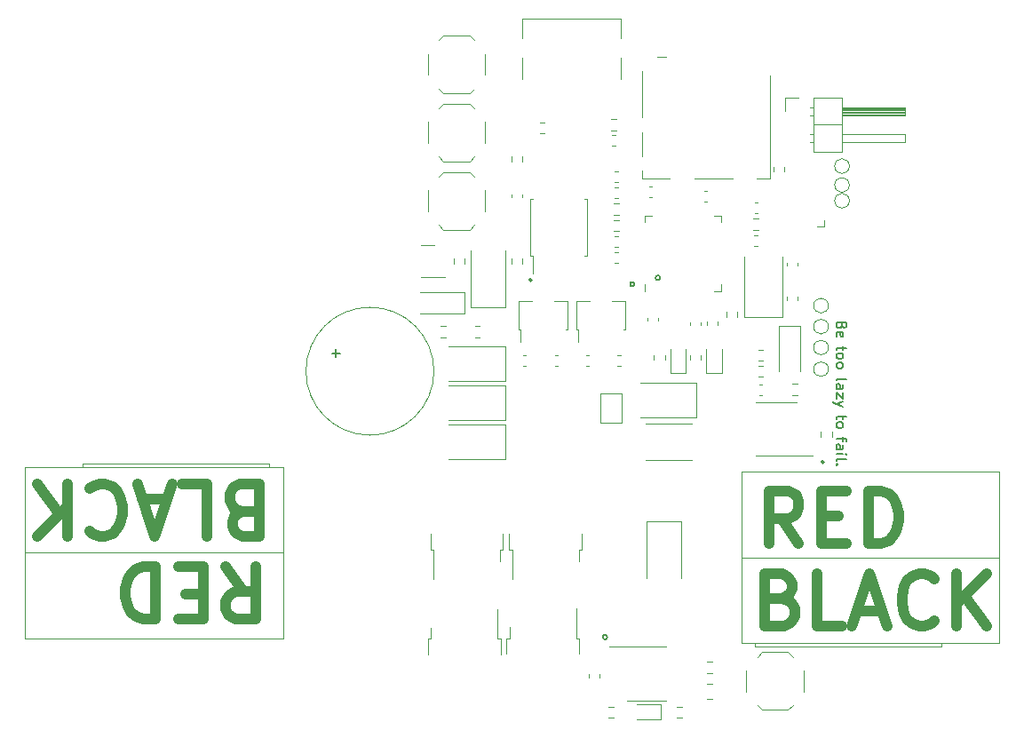
<source format=gbr>
%TF.GenerationSoftware,KiCad,Pcbnew,(6.99.0-874-g7b84e0a7d9-dirty)*%
%TF.CreationDate,2022-02-16T19:00:37-05:00*%
%TF.ProjectId,MotorcycleBatterIsolator,4d6f746f-7263-4796-936c-654261747465,rev?*%
%TF.SameCoordinates,Original*%
%TF.FileFunction,Legend,Top*%
%TF.FilePolarity,Positive*%
%FSLAX46Y46*%
G04 Gerber Fmt 4.6, Leading zero omitted, Abs format (unit mm)*
G04 Created by KiCad (PCBNEW (6.99.0-874-g7b84e0a7d9-dirty)) date 2022-02-16 19:00:37*
%MOMM*%
%LPD*%
G01*
G04 APERTURE LIST*
%ADD10C,0.150000*%
%ADD11C,1.000000*%
%ADD12C,0.120000*%
G04 APERTURE END LIST*
D10*
X133623607Y-161600000D02*
G75*
G03*
X133623607Y-161600000I-223607J0D01*
G01*
X154308114Y-144900000D02*
G75*
G03*
X154308114Y-144900000I-158114J0D01*
G01*
X126458114Y-127550000D02*
G75*
G03*
X126458114Y-127550000I-158114J0D01*
G01*
X138673607Y-127350000D02*
G75*
G03*
X138673607Y-127350000I-223607J0D01*
G01*
X136206155Y-127950000D02*
G75*
G03*
X136206155Y-127950000I-206155J0D01*
G01*
X155971428Y-131888094D02*
X155923809Y-132030951D01*
X155923809Y-132030951D02*
X155876190Y-132078570D01*
X155876190Y-132078570D02*
X155780952Y-132126189D01*
X155780952Y-132126189D02*
X155638095Y-132126189D01*
X155638095Y-132126189D02*
X155542857Y-132078570D01*
X155542857Y-132078570D02*
X155495238Y-132030951D01*
X155495238Y-132030951D02*
X155447619Y-131935713D01*
X155447619Y-131935713D02*
X155447619Y-131554761D01*
X155447619Y-131554761D02*
X156447619Y-131554761D01*
X156447619Y-131554761D02*
X156447619Y-131888094D01*
X156447619Y-131888094D02*
X156400000Y-131983332D01*
X156400000Y-131983332D02*
X156352380Y-132030951D01*
X156352380Y-132030951D02*
X156257142Y-132078570D01*
X156257142Y-132078570D02*
X156161904Y-132078570D01*
X156161904Y-132078570D02*
X156066666Y-132030951D01*
X156066666Y-132030951D02*
X156019047Y-131983332D01*
X156019047Y-131983332D02*
X155971428Y-131888094D01*
X155971428Y-131888094D02*
X155971428Y-131554761D01*
X155495238Y-132935713D02*
X155447619Y-132840475D01*
X155447619Y-132840475D02*
X155447619Y-132649999D01*
X155447619Y-132649999D02*
X155495238Y-132554761D01*
X155495238Y-132554761D02*
X155590476Y-132507142D01*
X155590476Y-132507142D02*
X155971428Y-132507142D01*
X155971428Y-132507142D02*
X156066666Y-132554761D01*
X156066666Y-132554761D02*
X156114285Y-132649999D01*
X156114285Y-132649999D02*
X156114285Y-132840475D01*
X156114285Y-132840475D02*
X156066666Y-132935713D01*
X156066666Y-132935713D02*
X155971428Y-132983332D01*
X155971428Y-132983332D02*
X155876190Y-132983332D01*
X155876190Y-132983332D02*
X155780952Y-132507142D01*
X156114285Y-133869047D02*
X156114285Y-134249999D01*
X156447619Y-134011904D02*
X155590476Y-134011904D01*
X155590476Y-134011904D02*
X155495238Y-134059523D01*
X155495238Y-134059523D02*
X155447619Y-134154761D01*
X155447619Y-134154761D02*
X155447619Y-134249999D01*
X155447619Y-134726190D02*
X155495238Y-134630952D01*
X155495238Y-134630952D02*
X155542857Y-134583333D01*
X155542857Y-134583333D02*
X155638095Y-134535714D01*
X155638095Y-134535714D02*
X155923809Y-134535714D01*
X155923809Y-134535714D02*
X156019047Y-134583333D01*
X156019047Y-134583333D02*
X156066666Y-134630952D01*
X156066666Y-134630952D02*
X156114285Y-134726190D01*
X156114285Y-134726190D02*
X156114285Y-134869047D01*
X156114285Y-134869047D02*
X156066666Y-134964285D01*
X156066666Y-134964285D02*
X156019047Y-135011904D01*
X156019047Y-135011904D02*
X155923809Y-135059523D01*
X155923809Y-135059523D02*
X155638095Y-135059523D01*
X155638095Y-135059523D02*
X155542857Y-135011904D01*
X155542857Y-135011904D02*
X155495238Y-134964285D01*
X155495238Y-134964285D02*
X155447619Y-134869047D01*
X155447619Y-134869047D02*
X155447619Y-134726190D01*
X155447619Y-135630952D02*
X155495238Y-135535714D01*
X155495238Y-135535714D02*
X155542857Y-135488095D01*
X155542857Y-135488095D02*
X155638095Y-135440476D01*
X155638095Y-135440476D02*
X155923809Y-135440476D01*
X155923809Y-135440476D02*
X156019047Y-135488095D01*
X156019047Y-135488095D02*
X156066666Y-135535714D01*
X156066666Y-135535714D02*
X156114285Y-135630952D01*
X156114285Y-135630952D02*
X156114285Y-135773809D01*
X156114285Y-135773809D02*
X156066666Y-135869047D01*
X156066666Y-135869047D02*
X156019047Y-135916666D01*
X156019047Y-135916666D02*
X155923809Y-135964285D01*
X155923809Y-135964285D02*
X155638095Y-135964285D01*
X155638095Y-135964285D02*
X155542857Y-135916666D01*
X155542857Y-135916666D02*
X155495238Y-135869047D01*
X155495238Y-135869047D02*
X155447619Y-135773809D01*
X155447619Y-135773809D02*
X155447619Y-135630952D01*
X155447619Y-137135714D02*
X155495238Y-137040476D01*
X155495238Y-137040476D02*
X155590476Y-136992857D01*
X155590476Y-136992857D02*
X156447619Y-136992857D01*
X155447619Y-137945238D02*
X155971428Y-137945238D01*
X155971428Y-137945238D02*
X156066666Y-137897619D01*
X156066666Y-137897619D02*
X156114285Y-137802381D01*
X156114285Y-137802381D02*
X156114285Y-137611905D01*
X156114285Y-137611905D02*
X156066666Y-137516667D01*
X155495238Y-137945238D02*
X155447619Y-137850000D01*
X155447619Y-137850000D02*
X155447619Y-137611905D01*
X155447619Y-137611905D02*
X155495238Y-137516667D01*
X155495238Y-137516667D02*
X155590476Y-137469048D01*
X155590476Y-137469048D02*
X155685714Y-137469048D01*
X155685714Y-137469048D02*
X155780952Y-137516667D01*
X155780952Y-137516667D02*
X155828571Y-137611905D01*
X155828571Y-137611905D02*
X155828571Y-137850000D01*
X155828571Y-137850000D02*
X155876190Y-137945238D01*
X156114285Y-138326191D02*
X156114285Y-138850000D01*
X156114285Y-138850000D02*
X155447619Y-138326191D01*
X155447619Y-138326191D02*
X155447619Y-138850000D01*
X156114285Y-139135715D02*
X155447619Y-139373810D01*
X156114285Y-139611905D02*
X155447619Y-139373810D01*
X155447619Y-139373810D02*
X155209523Y-139278572D01*
X155209523Y-139278572D02*
X155161904Y-139230953D01*
X155161904Y-139230953D02*
X155114285Y-139135715D01*
X156114285Y-140450001D02*
X156114285Y-140830953D01*
X156447619Y-140592858D02*
X155590476Y-140592858D01*
X155590476Y-140592858D02*
X155495238Y-140640477D01*
X155495238Y-140640477D02*
X155447619Y-140735715D01*
X155447619Y-140735715D02*
X155447619Y-140830953D01*
X155447619Y-141307144D02*
X155495238Y-141211906D01*
X155495238Y-141211906D02*
X155542857Y-141164287D01*
X155542857Y-141164287D02*
X155638095Y-141116668D01*
X155638095Y-141116668D02*
X155923809Y-141116668D01*
X155923809Y-141116668D02*
X156019047Y-141164287D01*
X156019047Y-141164287D02*
X156066666Y-141211906D01*
X156066666Y-141211906D02*
X156114285Y-141307144D01*
X156114285Y-141307144D02*
X156114285Y-141450001D01*
X156114285Y-141450001D02*
X156066666Y-141545239D01*
X156066666Y-141545239D02*
X156019047Y-141592858D01*
X156019047Y-141592858D02*
X155923809Y-141640477D01*
X155923809Y-141640477D02*
X155638095Y-141640477D01*
X155638095Y-141640477D02*
X155542857Y-141592858D01*
X155542857Y-141592858D02*
X155495238Y-141545239D01*
X155495238Y-141545239D02*
X155447619Y-141450001D01*
X155447619Y-141450001D02*
X155447619Y-141307144D01*
X156114285Y-142526192D02*
X156114285Y-142907144D01*
X155447619Y-142669049D02*
X156304761Y-142669049D01*
X156304761Y-142669049D02*
X156400000Y-142716668D01*
X156400000Y-142716668D02*
X156447619Y-142811906D01*
X156447619Y-142811906D02*
X156447619Y-142907144D01*
X155447619Y-143669049D02*
X155971428Y-143669049D01*
X155971428Y-143669049D02*
X156066666Y-143621430D01*
X156066666Y-143621430D02*
X156114285Y-143526192D01*
X156114285Y-143526192D02*
X156114285Y-143335716D01*
X156114285Y-143335716D02*
X156066666Y-143240478D01*
X155495238Y-143669049D02*
X155447619Y-143573811D01*
X155447619Y-143573811D02*
X155447619Y-143335716D01*
X155447619Y-143335716D02*
X155495238Y-143240478D01*
X155495238Y-143240478D02*
X155590476Y-143192859D01*
X155590476Y-143192859D02*
X155685714Y-143192859D01*
X155685714Y-143192859D02*
X155780952Y-143240478D01*
X155780952Y-143240478D02*
X155828571Y-143335716D01*
X155828571Y-143335716D02*
X155828571Y-143573811D01*
X155828571Y-143573811D02*
X155876190Y-143669049D01*
X155447619Y-144145240D02*
X156114285Y-144145240D01*
X156447619Y-144145240D02*
X156400000Y-144097621D01*
X156400000Y-144097621D02*
X156352380Y-144145240D01*
X156352380Y-144145240D02*
X156400000Y-144192859D01*
X156400000Y-144192859D02*
X156447619Y-144145240D01*
X156447619Y-144145240D02*
X156352380Y-144145240D01*
X155447619Y-144764287D02*
X155495238Y-144669049D01*
X155495238Y-144669049D02*
X155590476Y-144621430D01*
X155590476Y-144621430D02*
X156447619Y-144621430D01*
X155542857Y-145145240D02*
X155495238Y-145192859D01*
X155495238Y-145192859D02*
X155447619Y-145145240D01*
X155447619Y-145145240D02*
X155495238Y-145097621D01*
X155495238Y-145097621D02*
X155542857Y-145145240D01*
X155542857Y-145145240D02*
X155447619Y-145145240D01*
D11*
%TO.C,J1*%
X98827023Y-149607142D02*
X98112737Y-149369047D01*
X98112737Y-149369047D02*
X97874642Y-149130952D01*
X97874642Y-149130952D02*
X97636546Y-148654761D01*
X97636546Y-148654761D02*
X97636546Y-147940476D01*
X97636546Y-147940476D02*
X97874642Y-147464285D01*
X97874642Y-147464285D02*
X98112737Y-147226190D01*
X98112737Y-147226190D02*
X98588927Y-146988095D01*
X98588927Y-146988095D02*
X100493689Y-146988095D01*
X100493689Y-146988095D02*
X100493689Y-151988095D01*
X100493689Y-151988095D02*
X98827023Y-151988095D01*
X98827023Y-151988095D02*
X98350832Y-151750000D01*
X98350832Y-151750000D02*
X98112737Y-151511904D01*
X98112737Y-151511904D02*
X97874642Y-151035714D01*
X97874642Y-151035714D02*
X97874642Y-150559523D01*
X97874642Y-150559523D02*
X98112737Y-150083333D01*
X98112737Y-150083333D02*
X98350832Y-149845238D01*
X98350832Y-149845238D02*
X98827023Y-149607142D01*
X98827023Y-149607142D02*
X100493689Y-149607142D01*
X93112737Y-146988095D02*
X95493689Y-146988095D01*
X95493689Y-146988095D02*
X95493689Y-151988095D01*
X91684166Y-148416666D02*
X89303213Y-148416666D01*
X92160356Y-146988095D02*
X90493689Y-151988095D01*
X90493689Y-151988095D02*
X88827023Y-146988095D01*
X84303213Y-147464285D02*
X84541309Y-147226190D01*
X84541309Y-147226190D02*
X85255594Y-146988095D01*
X85255594Y-146988095D02*
X85731785Y-146988095D01*
X85731785Y-146988095D02*
X86446071Y-147226190D01*
X86446071Y-147226190D02*
X86922261Y-147702380D01*
X86922261Y-147702380D02*
X87160356Y-148178571D01*
X87160356Y-148178571D02*
X87398452Y-149130952D01*
X87398452Y-149130952D02*
X87398452Y-149845238D01*
X87398452Y-149845238D02*
X87160356Y-150797619D01*
X87160356Y-150797619D02*
X86922261Y-151273809D01*
X86922261Y-151273809D02*
X86446071Y-151750000D01*
X86446071Y-151750000D02*
X85731785Y-151988095D01*
X85731785Y-151988095D02*
X85255594Y-151988095D01*
X85255594Y-151988095D02*
X84541309Y-151750000D01*
X84541309Y-151750000D02*
X84303213Y-151511904D01*
X82160356Y-146988095D02*
X82160356Y-151988095D01*
X79303213Y-146988095D02*
X81446071Y-149845238D01*
X79303213Y-151988095D02*
X82160356Y-149130952D01*
X97231785Y-154888095D02*
X98898452Y-157269047D01*
X100088928Y-154888095D02*
X100088928Y-159888095D01*
X100088928Y-159888095D02*
X98184166Y-159888095D01*
X98184166Y-159888095D02*
X97707976Y-159650000D01*
X97707976Y-159650000D02*
X97469881Y-159411904D01*
X97469881Y-159411904D02*
X97231785Y-158935714D01*
X97231785Y-158935714D02*
X97231785Y-158221428D01*
X97231785Y-158221428D02*
X97469881Y-157745238D01*
X97469881Y-157745238D02*
X97707976Y-157507142D01*
X97707976Y-157507142D02*
X98184166Y-157269047D01*
X98184166Y-157269047D02*
X100088928Y-157269047D01*
X95088928Y-157507142D02*
X93422262Y-157507142D01*
X92707976Y-154888095D02*
X95088928Y-154888095D01*
X95088928Y-154888095D02*
X95088928Y-159888095D01*
X95088928Y-159888095D02*
X92707976Y-159888095D01*
X90565118Y-154888095D02*
X90565118Y-159888095D01*
X90565118Y-159888095D02*
X89374642Y-159888095D01*
X89374642Y-159888095D02*
X88660356Y-159650000D01*
X88660356Y-159650000D02*
X88184166Y-159173809D01*
X88184166Y-159173809D02*
X87946071Y-158697619D01*
X87946071Y-158697619D02*
X87707975Y-157745238D01*
X87707975Y-157745238D02*
X87707975Y-157030952D01*
X87707975Y-157030952D02*
X87946071Y-156078571D01*
X87946071Y-156078571D02*
X88184166Y-155602380D01*
X88184166Y-155602380D02*
X88660356Y-155126190D01*
X88660356Y-155126190D02*
X89374642Y-154888095D01*
X89374642Y-154888095D02*
X90565118Y-154888095D01*
D10*
%TO.C,BZ1*%
X107369048Y-134521428D02*
X108130953Y-134521428D01*
X107750000Y-134902380D02*
X107750000Y-134140476D01*
D11*
%TO.C,J4*%
X150290476Y-157942857D02*
X151004762Y-158180952D01*
X151004762Y-158180952D02*
X151242857Y-158419047D01*
X151242857Y-158419047D02*
X151480953Y-158895238D01*
X151480953Y-158895238D02*
X151480953Y-159609523D01*
X151480953Y-159609523D02*
X151242857Y-160085714D01*
X151242857Y-160085714D02*
X151004762Y-160323809D01*
X151004762Y-160323809D02*
X150528572Y-160561904D01*
X150528572Y-160561904D02*
X148623810Y-160561904D01*
X148623810Y-160561904D02*
X148623810Y-155561904D01*
X148623810Y-155561904D02*
X150290476Y-155561904D01*
X150290476Y-155561904D02*
X150766667Y-155800000D01*
X150766667Y-155800000D02*
X151004762Y-156038095D01*
X151004762Y-156038095D02*
X151242857Y-156514285D01*
X151242857Y-156514285D02*
X151242857Y-156990476D01*
X151242857Y-156990476D02*
X151004762Y-157466666D01*
X151004762Y-157466666D02*
X150766667Y-157704761D01*
X150766667Y-157704761D02*
X150290476Y-157942857D01*
X150290476Y-157942857D02*
X148623810Y-157942857D01*
X156004762Y-160561904D02*
X153623810Y-160561904D01*
X153623810Y-160561904D02*
X153623810Y-155561904D01*
X157433333Y-159133333D02*
X159814286Y-159133333D01*
X156957143Y-160561904D02*
X158623810Y-155561904D01*
X158623810Y-155561904D02*
X160290476Y-160561904D01*
X164814286Y-160085714D02*
X164576190Y-160323809D01*
X164576190Y-160323809D02*
X163861905Y-160561904D01*
X163861905Y-160561904D02*
X163385714Y-160561904D01*
X163385714Y-160561904D02*
X162671428Y-160323809D01*
X162671428Y-160323809D02*
X162195238Y-159847619D01*
X162195238Y-159847619D02*
X161957143Y-159371428D01*
X161957143Y-159371428D02*
X161719047Y-158419047D01*
X161719047Y-158419047D02*
X161719047Y-157704761D01*
X161719047Y-157704761D02*
X161957143Y-156752380D01*
X161957143Y-156752380D02*
X162195238Y-156276190D01*
X162195238Y-156276190D02*
X162671428Y-155800000D01*
X162671428Y-155800000D02*
X163385714Y-155561904D01*
X163385714Y-155561904D02*
X163861905Y-155561904D01*
X163861905Y-155561904D02*
X164576190Y-155800000D01*
X164576190Y-155800000D02*
X164814286Y-156038095D01*
X166957143Y-160561904D02*
X166957143Y-155561904D01*
X169814286Y-160561904D02*
X167671428Y-157704761D01*
X169814286Y-155561904D02*
X166957143Y-158419047D01*
X151885714Y-152661904D02*
X150219047Y-150280952D01*
X149028571Y-152661904D02*
X149028571Y-147661904D01*
X149028571Y-147661904D02*
X150933333Y-147661904D01*
X150933333Y-147661904D02*
X151409523Y-147900000D01*
X151409523Y-147900000D02*
X151647618Y-148138095D01*
X151647618Y-148138095D02*
X151885714Y-148614285D01*
X151885714Y-148614285D02*
X151885714Y-149328571D01*
X151885714Y-149328571D02*
X151647618Y-149804761D01*
X151647618Y-149804761D02*
X151409523Y-150042857D01*
X151409523Y-150042857D02*
X150933333Y-150280952D01*
X150933333Y-150280952D02*
X149028571Y-150280952D01*
X154028571Y-150042857D02*
X155695237Y-150042857D01*
X156409523Y-152661904D02*
X154028571Y-152661904D01*
X154028571Y-152661904D02*
X154028571Y-147661904D01*
X154028571Y-147661904D02*
X156409523Y-147661904D01*
X158552381Y-152661904D02*
X158552381Y-147661904D01*
X158552381Y-147661904D02*
X159742857Y-147661904D01*
X159742857Y-147661904D02*
X160457143Y-147900000D01*
X160457143Y-147900000D02*
X160933333Y-148376190D01*
X160933333Y-148376190D02*
X161171428Y-148852380D01*
X161171428Y-148852380D02*
X161409524Y-149804761D01*
X161409524Y-149804761D02*
X161409524Y-150519047D01*
X161409524Y-150519047D02*
X161171428Y-151471428D01*
X161171428Y-151471428D02*
X160933333Y-151947619D01*
X160933333Y-151947619D02*
X160457143Y-152423809D01*
X160457143Y-152423809D02*
X159742857Y-152661904D01*
X159742857Y-152661904D02*
X158552381Y-152661904D01*
D12*
%TO.C,TP8*%
X156700000Y-116700000D02*
G75*
G03*
X156700000Y-116700000I-700000J0D01*
G01*
%TO.C,TP7*%
X156700000Y-118500000D02*
G75*
G03*
X156700000Y-118500000I-700000J0D01*
G01*
%TO.C,TP6*%
X156700000Y-120000000D02*
G75*
G03*
X156700000Y-120000000I-700000J0D01*
G01*
%TO.C,TP4*%
X154700000Y-130000000D02*
G75*
G03*
X154700000Y-130000000I-700000J0D01*
G01*
%TO.C,TP3*%
X154700000Y-132000000D02*
G75*
G03*
X154700000Y-132000000I-700000J0D01*
G01*
%TO.C,TP2*%
X154700000Y-134000000D02*
G75*
G03*
X154700000Y-134000000I-700000J0D01*
G01*
%TO.C,TP1*%
X154700000Y-136050000D02*
G75*
G03*
X154700000Y-136050000I-700000J0D01*
G01*
%TO.C,C11*%
X147659420Y-120190000D02*
X147940580Y-120190000D01*
X147659420Y-121210000D02*
X147940580Y-121210000D01*
%TO.C,U4*%
X149750000Y-144310000D02*
X153200000Y-144310000D01*
X149750000Y-144310000D02*
X147800000Y-144310000D01*
X149750000Y-139190000D02*
X151700000Y-139190000D01*
X149750000Y-139190000D02*
X147800000Y-139190000D01*
%TO.C,R11*%
X140737258Y-169272500D02*
X140262742Y-169272500D01*
X140737258Y-168227500D02*
X140262742Y-168227500D01*
%TO.C,C1*%
X132877500Y-165159420D02*
X132877500Y-165440580D01*
X131857500Y-165159420D02*
X131857500Y-165440580D01*
%TO.C,C22*%
X138510000Y-131169420D02*
X138510000Y-131450580D01*
X137490000Y-131169420D02*
X137490000Y-131450580D01*
%TO.C,R18*%
X134737258Y-122872500D02*
X134262742Y-122872500D01*
X134737258Y-121827500D02*
X134262742Y-121827500D01*
%TO.C,U2*%
X130870000Y-133450000D02*
X130870000Y-132310000D01*
X130640000Y-132310000D02*
X130870000Y-132310000D01*
X130640000Y-132310000D02*
X130640000Y-129590000D01*
X135360000Y-132310000D02*
X135130000Y-132310000D01*
X130640000Y-129590000D02*
X131950000Y-129590000D01*
X134050000Y-129590000D02*
X135360000Y-129590000D01*
X135360000Y-129590000D02*
X135360000Y-132310000D01*
%TO.C,U1*%
X137367500Y-162460000D02*
X133842500Y-162460000D01*
X137367500Y-162460000D02*
X139247500Y-162460000D01*
X137367500Y-167640000D02*
X135487500Y-167640000D01*
X137367500Y-167640000D02*
X139247500Y-167640000D01*
%TO.C,R29*%
X148012742Y-135727500D02*
X148487258Y-135727500D01*
X148012742Y-136772500D02*
X148487258Y-136772500D01*
%TO.C,R15*%
X149477500Y-117237258D02*
X149477500Y-116762742D01*
X150522500Y-117237258D02*
X150522500Y-116762742D01*
%TO.C,J5*%
X134950000Y-108400000D02*
X134950000Y-106400000D01*
X134950000Y-104500000D02*
X134950000Y-102600000D01*
X134950000Y-102600000D02*
X125550000Y-102600000D01*
X125550000Y-108400000D02*
X125550000Y-106400000D01*
X125550000Y-104500000D02*
X125550000Y-102600000D01*
%TO.C,C14*%
X137609420Y-118640000D02*
X137890580Y-118640000D01*
X137609420Y-119660000D02*
X137890580Y-119660000D01*
%TO.C,R17*%
X144977500Y-131047258D02*
X144977500Y-130572742D01*
X146022500Y-131047258D02*
X146022500Y-130572742D01*
%TO.C,U6*%
X125370000Y-133450000D02*
X125370000Y-132310000D01*
X125140000Y-132310000D02*
X125370000Y-132310000D01*
X125140000Y-132310000D02*
X125140000Y-129590000D01*
X129860000Y-132310000D02*
X129630000Y-132310000D01*
X125140000Y-129590000D02*
X126450000Y-129590000D01*
X128550000Y-129590000D02*
X129860000Y-129590000D01*
X129860000Y-129590000D02*
X129860000Y-132310000D01*
%TO.C,C6*%
X125510000Y-119419420D02*
X125510000Y-119700580D01*
X124490000Y-119419420D02*
X124490000Y-119700580D01*
%TO.C,JP1*%
X135000000Y-138350000D02*
X135000000Y-141150000D01*
X133000000Y-138350000D02*
X135000000Y-138350000D01*
X135000000Y-141150000D02*
X133000000Y-141150000D01*
X133000000Y-141150000D02*
X133000000Y-138350000D01*
%TO.C,J2*%
X136930000Y-107610000D02*
X136930000Y-112060000D01*
X136930000Y-113460000D02*
X136930000Y-115760000D01*
X136930000Y-117160000D02*
X136930000Y-117880000D01*
X136930000Y-117880000D02*
X139610000Y-117880000D01*
X138410000Y-106240000D02*
X139270000Y-106240000D01*
X141910000Y-117880000D02*
X145580000Y-117880000D01*
X147880000Y-117880000D02*
X149110000Y-117880000D01*
X149110000Y-117880000D02*
X149110000Y-108060000D01*
%TO.C,J1*%
X102717500Y-153550000D02*
X78117500Y-153550000D01*
X101417500Y-145350000D02*
X101417500Y-145050000D01*
X101417500Y-145050000D02*
X83617500Y-145050000D01*
X83617500Y-145050000D02*
X83617500Y-145350000D01*
X78117500Y-145400000D02*
X102717500Y-145400000D01*
X102717500Y-145400000D02*
X102717500Y-161700000D01*
X102717500Y-161700000D02*
X78117500Y-161700000D01*
X78117500Y-161700000D02*
X78117500Y-145400000D01*
%TO.C,C10*%
X151760000Y-125919420D02*
X151760000Y-126200580D01*
X150740000Y-125919420D02*
X150740000Y-126200580D01*
%TO.C,Q6*%
X116775000Y-153245000D02*
X117045000Y-153245000D01*
X117045000Y-153245000D02*
X117045000Y-156075000D01*
X123405000Y-153245000D02*
X123405000Y-154345000D01*
X123675000Y-153245000D02*
X123405000Y-153245000D01*
X116775000Y-151745000D02*
X116775000Y-153245000D01*
X123675000Y-151745000D02*
X123675000Y-153245000D01*
%TO.C,R10*%
X120022500Y-125512742D02*
X120022500Y-125987258D01*
X118977500Y-125512742D02*
X118977500Y-125987258D01*
%TO.C,C3*%
X131890580Y-135760000D02*
X131609420Y-135760000D01*
X131890580Y-134740000D02*
X131609420Y-134740000D01*
%TO.C,BZ1*%
X117100000Y-136250000D02*
G75*
G03*
X117100000Y-136250000I-6100000J0D01*
G01*
%TO.C,C2*%
X143628752Y-167485000D02*
X143106248Y-167485000D01*
X143628752Y-166015000D02*
X143106248Y-166015000D01*
%TO.C,D1*%
X123900000Y-140900000D02*
X123900000Y-137600000D01*
X123900000Y-140900000D02*
X118500000Y-140900000D01*
X123900000Y-137600000D02*
X118500000Y-137600000D01*
%TO.C,D13*%
X152000000Y-131950000D02*
X150000000Y-131950000D01*
X150000000Y-131950000D02*
X150000000Y-136250000D01*
X152000000Y-136250000D02*
X152000000Y-131950000D01*
%TO.C,R22*%
X141527500Y-135187258D02*
X141527500Y-134712742D01*
X142572500Y-135187258D02*
X142572500Y-134712742D01*
%TO.C,R23*%
X151262742Y-137477500D02*
X151737258Y-137477500D01*
X151262742Y-138522500D02*
X151737258Y-138522500D01*
%TO.C,D12*%
X120050000Y-130750000D02*
X120050000Y-128750000D01*
X120050000Y-128750000D02*
X115750000Y-128750000D01*
X115750000Y-130750000D02*
X120050000Y-130750000D01*
%TO.C,C21*%
X144110000Y-131534420D02*
X144110000Y-131815580D01*
X143090000Y-131534420D02*
X143090000Y-131815580D01*
%TO.C,C12*%
X134640580Y-119760000D02*
X134359420Y-119760000D01*
X134640580Y-118740000D02*
X134359420Y-118740000D01*
%TO.C,C15*%
X134640580Y-118210000D02*
X134359420Y-118210000D01*
X134640580Y-117190000D02*
X134359420Y-117190000D01*
%TO.C,C16*%
X125865580Y-135760000D02*
X125584420Y-135760000D01*
X125865580Y-134740000D02*
X125584420Y-134740000D01*
%TO.C,C13*%
X142884420Y-119050000D02*
X143165580Y-119050000D01*
X142884420Y-120070000D02*
X143165580Y-120070000D01*
%TO.C,TH1*%
X150605000Y-110205000D02*
X151875000Y-110205000D01*
X150605000Y-111475000D02*
X150605000Y-110205000D01*
X152917929Y-113635000D02*
X153315000Y-113635000D01*
X152917929Y-114395000D02*
X153315000Y-114395000D01*
X152985000Y-111095000D02*
X153315000Y-111095000D01*
X152985000Y-111855000D02*
X153315000Y-111855000D01*
X153315000Y-110145000D02*
X153315000Y-115345000D01*
X153315000Y-112745000D02*
X155975000Y-112745000D01*
X153315000Y-115345000D02*
X155975000Y-115345000D01*
X155975000Y-110145000D02*
X153315000Y-110145000D01*
X155975000Y-111095000D02*
X161975000Y-111095000D01*
X155975000Y-111155000D02*
X161975000Y-111155000D01*
X155975000Y-111275000D02*
X161975000Y-111275000D01*
X155975000Y-111395000D02*
X161975000Y-111395000D01*
X155975000Y-111515000D02*
X161975000Y-111515000D01*
X155975000Y-111635000D02*
X161975000Y-111635000D01*
X155975000Y-111755000D02*
X161975000Y-111755000D01*
X155975000Y-113635000D02*
X161975000Y-113635000D01*
X155975000Y-115345000D02*
X155975000Y-110145000D01*
X161975000Y-111095000D02*
X161975000Y-111855000D01*
X161975000Y-111855000D02*
X155975000Y-111855000D01*
X161975000Y-113635000D02*
X161975000Y-114395000D01*
X161975000Y-114395000D02*
X155975000Y-114395000D01*
%TO.C,Q7*%
X116500000Y-127310000D02*
X118175000Y-127310000D01*
X116500000Y-127310000D02*
X115850000Y-127310000D01*
X116500000Y-124190000D02*
X117150000Y-124190000D01*
X116500000Y-124190000D02*
X115850000Y-124190000D01*
%TO.C,D8*%
X140650000Y-150600000D02*
X137350000Y-150600000D01*
X140650000Y-150600000D02*
X140650000Y-156000000D01*
X137350000Y-150600000D02*
X137350000Y-156000000D01*
%TO.C,C5*%
X134109420Y-113740000D02*
X134390580Y-113740000D01*
X134109420Y-114760000D02*
X134390580Y-114760000D01*
%TO.C,J4*%
X146400000Y-154000000D02*
X171000000Y-154000000D01*
X147700000Y-162200000D02*
X147700000Y-162500000D01*
X147700000Y-162500000D02*
X165500000Y-162500000D01*
X165500000Y-162500000D02*
X165500000Y-162200000D01*
X171000000Y-162150000D02*
X146400000Y-162150000D01*
X146400000Y-162150000D02*
X146400000Y-145850000D01*
X146400000Y-145850000D02*
X171000000Y-145850000D01*
X171000000Y-145850000D02*
X171000000Y-162150000D01*
%TO.C,R13*%
X125522500Y-115762742D02*
X125522500Y-116237258D01*
X124477500Y-115762742D02*
X124477500Y-116237258D01*
%TO.C,Y1*%
X146700000Y-131110000D02*
X150300000Y-131110000D01*
X150300000Y-131110000D02*
X150300000Y-125360000D01*
X146700000Y-125360000D02*
X146700000Y-131110000D01*
%TO.C,Q3*%
X123450000Y-161780000D02*
X123180000Y-161780000D01*
X123180000Y-161780000D02*
X123180000Y-158950000D01*
X116820000Y-161780000D02*
X116820000Y-160680000D01*
X116550000Y-161780000D02*
X116820000Y-161780000D01*
X123450000Y-163280000D02*
X123450000Y-161780000D01*
X116550000Y-163280000D02*
X116550000Y-161780000D01*
%TO.C,SW4*%
X122000000Y-114500000D02*
X122000000Y-112500000D01*
X120950000Y-115800000D02*
X120500000Y-116250000D01*
X120950000Y-111200000D02*
X120500000Y-110750000D01*
X120500000Y-116250000D02*
X118000000Y-116250000D01*
X120500000Y-110750000D02*
X118000000Y-110750000D01*
X117550000Y-115800000D02*
X118000000Y-116250000D01*
X117550000Y-111200000D02*
X118000000Y-110750000D01*
X116500000Y-114500000D02*
X116500000Y-112500000D01*
%TO.C,SW3*%
X122000000Y-121000000D02*
X122000000Y-119000000D01*
X120950000Y-122300000D02*
X120500000Y-122750000D01*
X120950000Y-117700000D02*
X120500000Y-117250000D01*
X120500000Y-122750000D02*
X118000000Y-122750000D01*
X120500000Y-117250000D02*
X118000000Y-117250000D01*
X117550000Y-122300000D02*
X118000000Y-122750000D01*
X117550000Y-117700000D02*
X118000000Y-117250000D01*
X116500000Y-121000000D02*
X116500000Y-119000000D01*
%TO.C,R12*%
X133762742Y-168227500D02*
X134237258Y-168227500D01*
X133762742Y-169272500D02*
X134237258Y-169272500D01*
%TO.C,D10*%
X120600000Y-130150000D02*
X123900000Y-130150000D01*
X120600000Y-130150000D02*
X120600000Y-124750000D01*
X123900000Y-130150000D02*
X123900000Y-124750000D01*
%TO.C,D9*%
X143065000Y-136435000D02*
X144535000Y-136435000D01*
X144535000Y-136435000D02*
X144535000Y-134150000D01*
X143065000Y-134150000D02*
X143065000Y-136435000D01*
%TO.C,C4*%
X134890580Y-135760000D02*
X134609420Y-135760000D01*
X134890580Y-134740000D02*
X134609420Y-134740000D01*
%TO.C,D3*%
X123900000Y-144650000D02*
X123900000Y-141350000D01*
X123900000Y-144650000D02*
X118500000Y-144650000D01*
X123900000Y-141350000D02*
X118500000Y-141350000D01*
%TO.C,R27*%
X118237258Y-133022500D02*
X117762742Y-133022500D01*
X118237258Y-131977500D02*
X117762742Y-131977500D01*
%TO.C,R20*%
X127187742Y-112537500D02*
X127662258Y-112537500D01*
X127187742Y-113582500D02*
X127662258Y-113582500D01*
%TO.C,C8*%
X148109420Y-137490000D02*
X148390580Y-137490000D01*
X148109420Y-138510000D02*
X148390580Y-138510000D01*
%TO.C,U5*%
X144460000Y-128620000D02*
X143810000Y-128620000D01*
X137240000Y-127970000D02*
X137240000Y-128620000D01*
X144460000Y-127970000D02*
X144460000Y-128620000D01*
X137240000Y-122050000D02*
X137240000Y-121400000D01*
X144460000Y-122050000D02*
X144460000Y-121400000D01*
X137240000Y-121400000D02*
X137890000Y-121400000D01*
X144460000Y-121400000D02*
X143810000Y-121400000D01*
%TO.C,Q2*%
X130925000Y-161705000D02*
X130655000Y-161705000D01*
X130655000Y-161705000D02*
X130655000Y-158875000D01*
X124295000Y-161705000D02*
X124295000Y-160605000D01*
X124025000Y-161705000D02*
X124295000Y-161705000D01*
X130925000Y-163205000D02*
X130925000Y-161705000D01*
X124025000Y-163205000D02*
X124025000Y-161705000D01*
%TO.C,SW1*%
X146867500Y-164800000D02*
X146867500Y-166800000D01*
X147917500Y-163500000D02*
X148367500Y-163050000D01*
X147917500Y-168100000D02*
X148367500Y-168550000D01*
X148367500Y-163050000D02*
X150867500Y-163050000D01*
X148367500Y-168550000D02*
X150867500Y-168550000D01*
X151317500Y-163500000D02*
X150867500Y-163050000D01*
X151317500Y-168100000D02*
X150867500Y-168550000D01*
X152367500Y-164800000D02*
X152367500Y-166800000D01*
%TO.C,C20*%
X142510000Y-131559420D02*
X142510000Y-131840580D01*
X141490000Y-131559420D02*
X141490000Y-131840580D01*
%TO.C,Q5*%
X124275000Y-153245000D02*
X124545000Y-153245000D01*
X124545000Y-153245000D02*
X124545000Y-156075000D01*
X130905000Y-153245000D02*
X130905000Y-154345000D01*
X131175000Y-153245000D02*
X130905000Y-153245000D01*
X124275000Y-151745000D02*
X124275000Y-153245000D01*
X131175000Y-151745000D02*
X131175000Y-153245000D01*
%TO.C,C19*%
X128915580Y-135760000D02*
X128634420Y-135760000D01*
X128915580Y-134740000D02*
X128634420Y-134740000D01*
%TO.C,R1*%
X143604758Y-165022500D02*
X143130242Y-165022500D01*
X143604758Y-163977500D02*
X143130242Y-163977500D01*
%TO.C,R14*%
X137322936Y-141290000D02*
X141677064Y-141290000D01*
X137322936Y-144710000D02*
X141677064Y-144710000D01*
%TO.C,D11*%
X139615000Y-136410000D02*
X141085000Y-136410000D01*
X141085000Y-136410000D02*
X141085000Y-134125000D01*
X139615000Y-134125000D02*
X139615000Y-136410000D01*
%TO.C,R21*%
X134487258Y-113272500D02*
X134012742Y-113272500D01*
X134487258Y-112227500D02*
X134012742Y-112227500D01*
%TO.C,R26*%
X121487258Y-133022500D02*
X121012742Y-133022500D01*
X121487258Y-131977500D02*
X121012742Y-131977500D01*
%TO.C,C17*%
X134640580Y-124410000D02*
X134359420Y-124410000D01*
X134640580Y-123390000D02*
X134359420Y-123390000D01*
%TO.C,D7*%
X142150000Y-140650000D02*
X142150000Y-137350000D01*
X142150000Y-140650000D02*
X136750000Y-140650000D01*
X142150000Y-137350000D02*
X136750000Y-137350000D01*
%TO.C,C9*%
X134640580Y-125960000D02*
X134359420Y-125960000D01*
X134640580Y-124940000D02*
X134359420Y-124940000D01*
%TO.C,C18*%
X147634420Y-123300000D02*
X147915580Y-123300000D01*
X147634420Y-124320000D02*
X147915580Y-124320000D01*
%TO.C,R28*%
X148037258Y-122772500D02*
X147562742Y-122772500D01*
X148037258Y-121727500D02*
X147562742Y-121727500D01*
%TO.C,D2*%
X123900000Y-137150000D02*
X123900000Y-133850000D01*
X123900000Y-137150000D02*
X118500000Y-137150000D01*
X123900000Y-133850000D02*
X118500000Y-133850000D01*
%TO.C,C7*%
X150740000Y-129450580D02*
X150740000Y-129169420D01*
X151760000Y-129450580D02*
X151760000Y-129169420D01*
%TO.C,R25*%
X153977500Y-142487258D02*
X153977500Y-142012742D01*
X155022500Y-142487258D02*
X155022500Y-142012742D01*
%TO.C,R24*%
X138077500Y-135162258D02*
X138077500Y-134687742D01*
X139122500Y-135162258D02*
X139122500Y-134687742D01*
%TO.C,J3*%
X154270000Y-122465000D02*
X153635000Y-122465000D01*
X154270000Y-121830000D02*
X154270000Y-122465000D01*
%TO.C,R19*%
X134737258Y-121322500D02*
X134262742Y-121322500D01*
X134737258Y-120277500D02*
X134262742Y-120277500D01*
%TO.C,SW2*%
X122000000Y-108000000D02*
X122000000Y-106000000D01*
X120950000Y-109300000D02*
X120500000Y-109750000D01*
X120950000Y-104700000D02*
X120500000Y-104250000D01*
X120500000Y-109750000D02*
X118000000Y-109750000D01*
X120500000Y-104250000D02*
X118000000Y-104250000D01*
X117550000Y-109300000D02*
X118000000Y-109750000D01*
X117550000Y-104700000D02*
X118000000Y-104250000D01*
X116500000Y-108000000D02*
X116500000Y-106000000D01*
%TO.C,R30*%
X148012742Y-134227500D02*
X148487258Y-134227500D01*
X148012742Y-135272500D02*
X148487258Y-135272500D01*
%TO.C,D6*%
X138735000Y-169485000D02*
X138735000Y-168015000D01*
X138735000Y-168015000D02*
X136450000Y-168015000D01*
X136450000Y-169485000D02*
X138735000Y-169485000D01*
%TO.C,R16*%
X125522500Y-125512742D02*
X125522500Y-125987258D01*
X124477500Y-125512742D02*
X124477500Y-125987258D01*
%TO.C,U3*%
X126275000Y-125285000D02*
X126535000Y-125285000D01*
X126535000Y-125285000D02*
X126535000Y-126960000D01*
X131725000Y-125285000D02*
X131465000Y-125285000D01*
X126275000Y-122560000D02*
X126275000Y-125285000D01*
X126275000Y-122560000D02*
X126275000Y-119835000D01*
X131725000Y-122560000D02*
X131725000Y-125285000D01*
X131725000Y-122560000D02*
X131725000Y-119835000D01*
X126275000Y-119835000D02*
X126535000Y-119835000D01*
X131725000Y-119835000D02*
X131465000Y-119835000D01*
%TD*%
M02*

</source>
